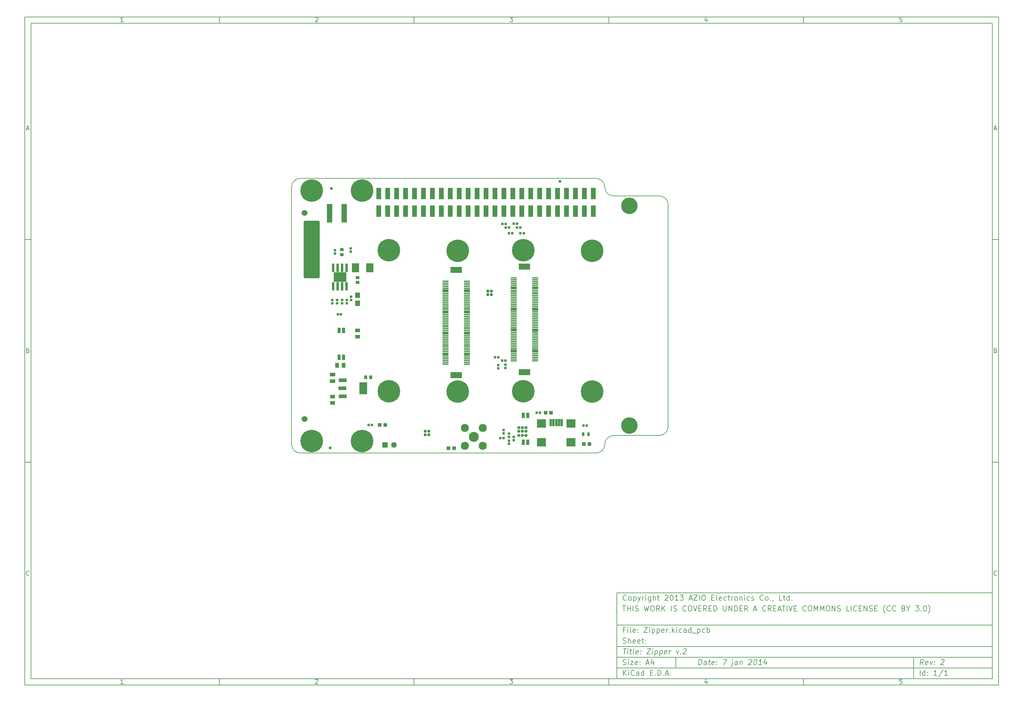
<source format=gts>
G04 (created by PCBNEW (2013-07-07 BZR 4022)-stable) date 1/7/2014 4:23:33 PM*
%MOIN*%
G04 Gerber Fmt 3.4, Leading zero omitted, Abs format*
%FSLAX34Y34*%
G01*
G70*
G90*
G04 APERTURE LIST*
%ADD10C,0.00590551*%
%ADD11C,0.00787402*%
%ADD12C,0.0354331*%
%ADD13R,0.062974X0.043274*%
%ADD14R,0.0273X0.0253*%
%ADD15R,0.0570866X0.0393701*%
%ADD16R,0.0393701X0.0570866*%
%ADD17R,0.0353X0.0392*%
%ADD18R,0.0392X0.0353*%
%ADD19R,0.0273X0.0273*%
%ADD20C,0.251948*%
%ADD21R,0.039274X0.039274*%
%ADD22C,0.0314961*%
%ADD23C,0.251968*%
%ADD24C,0.0653992*%
%ADD25R,0.0692992X0.0180992*%
%ADD26R,0.0692992X0.0338992*%
%ADD27R,0.128299X0.0692992*%
%ADD28R,0.0258992X0.0849992*%
%ADD29R,0.104699X0.0928992*%
%ADD30R,0.0253X0.0273*%
%ADD31R,0.060237X0.207837*%
%ADD32R,0.082637X0.102337*%
%ADD33R,0.033837X0.063037*%
%ADD34R,0.088537X0.041337*%
%ADD35R,0.088537X0.131937*%
%ADD36R,0.063637X0.063637*%
%ADD37C,0.063637*%
%ADD38C,0.111837*%
%ADD39C,0.090537*%
%ADD40R,0.025637X0.043337*%
%ADD41C,0.185039*%
%ADD42R,0.053937X0.129937*%
%ADD43R,0.0298992X0.0928992*%
%ADD44R,0.140199X0.107099*%
%ADD45R,0.053937X0.063737*%
%ADD46C,0.01*%
G04 APERTURE END LIST*
G54D10*
X4000Y-4000D02*
X112930Y-4000D01*
X112930Y-78680D01*
X4000Y-78680D01*
X4000Y-4000D01*
X4700Y-4700D02*
X112230Y-4700D01*
X112230Y-77980D01*
X4700Y-77980D01*
X4700Y-4700D01*
X25780Y-4000D02*
X25780Y-4700D01*
X15032Y-4552D02*
X14747Y-4552D01*
X14890Y-4552D02*
X14890Y-4052D01*
X14842Y-4123D01*
X14794Y-4171D01*
X14747Y-4195D01*
X25780Y-78680D02*
X25780Y-77980D01*
X15032Y-78532D02*
X14747Y-78532D01*
X14890Y-78532D02*
X14890Y-78032D01*
X14842Y-78103D01*
X14794Y-78151D01*
X14747Y-78175D01*
X47560Y-4000D02*
X47560Y-4700D01*
X36527Y-4100D02*
X36550Y-4076D01*
X36598Y-4052D01*
X36717Y-4052D01*
X36765Y-4076D01*
X36789Y-4100D01*
X36812Y-4147D01*
X36812Y-4195D01*
X36789Y-4266D01*
X36503Y-4552D01*
X36812Y-4552D01*
X47560Y-78680D02*
X47560Y-77980D01*
X36527Y-78080D02*
X36550Y-78056D01*
X36598Y-78032D01*
X36717Y-78032D01*
X36765Y-78056D01*
X36789Y-78080D01*
X36812Y-78127D01*
X36812Y-78175D01*
X36789Y-78246D01*
X36503Y-78532D01*
X36812Y-78532D01*
X69340Y-4000D02*
X69340Y-4700D01*
X58283Y-4052D02*
X58592Y-4052D01*
X58426Y-4242D01*
X58497Y-4242D01*
X58545Y-4266D01*
X58569Y-4290D01*
X58592Y-4338D01*
X58592Y-4457D01*
X58569Y-4504D01*
X58545Y-4528D01*
X58497Y-4552D01*
X58354Y-4552D01*
X58307Y-4528D01*
X58283Y-4504D01*
X69340Y-78680D02*
X69340Y-77980D01*
X58283Y-78032D02*
X58592Y-78032D01*
X58426Y-78222D01*
X58497Y-78222D01*
X58545Y-78246D01*
X58569Y-78270D01*
X58592Y-78318D01*
X58592Y-78437D01*
X58569Y-78484D01*
X58545Y-78508D01*
X58497Y-78532D01*
X58354Y-78532D01*
X58307Y-78508D01*
X58283Y-78484D01*
X91120Y-4000D02*
X91120Y-4700D01*
X80325Y-4219D02*
X80325Y-4552D01*
X80206Y-4028D02*
X80087Y-4385D01*
X80396Y-4385D01*
X91120Y-78680D02*
X91120Y-77980D01*
X80325Y-78199D02*
X80325Y-78532D01*
X80206Y-78008D02*
X80087Y-78365D01*
X80396Y-78365D01*
X102129Y-4052D02*
X101890Y-4052D01*
X101867Y-4290D01*
X101890Y-4266D01*
X101938Y-4242D01*
X102057Y-4242D01*
X102105Y-4266D01*
X102129Y-4290D01*
X102152Y-4338D01*
X102152Y-4457D01*
X102129Y-4504D01*
X102105Y-4528D01*
X102057Y-4552D01*
X101938Y-4552D01*
X101890Y-4528D01*
X101867Y-4504D01*
X102129Y-78032D02*
X101890Y-78032D01*
X101867Y-78270D01*
X101890Y-78246D01*
X101938Y-78222D01*
X102057Y-78222D01*
X102105Y-78246D01*
X102129Y-78270D01*
X102152Y-78318D01*
X102152Y-78437D01*
X102129Y-78484D01*
X102105Y-78508D01*
X102057Y-78532D01*
X101938Y-78532D01*
X101890Y-78508D01*
X101867Y-78484D01*
X4000Y-28890D02*
X4700Y-28890D01*
X4230Y-16509D02*
X4469Y-16509D01*
X4183Y-16652D02*
X4350Y-16152D01*
X4516Y-16652D01*
X112930Y-28890D02*
X112230Y-28890D01*
X112460Y-16509D02*
X112699Y-16509D01*
X112413Y-16652D02*
X112580Y-16152D01*
X112746Y-16652D01*
X4000Y-53780D02*
X4700Y-53780D01*
X4385Y-41280D02*
X4457Y-41304D01*
X4480Y-41328D01*
X4504Y-41375D01*
X4504Y-41447D01*
X4480Y-41494D01*
X4457Y-41518D01*
X4409Y-41542D01*
X4219Y-41542D01*
X4219Y-41042D01*
X4385Y-41042D01*
X4433Y-41066D01*
X4457Y-41090D01*
X4480Y-41137D01*
X4480Y-41185D01*
X4457Y-41232D01*
X4433Y-41256D01*
X4385Y-41280D01*
X4219Y-41280D01*
X112930Y-53780D02*
X112230Y-53780D01*
X112615Y-41280D02*
X112687Y-41304D01*
X112710Y-41328D01*
X112734Y-41375D01*
X112734Y-41447D01*
X112710Y-41494D01*
X112687Y-41518D01*
X112639Y-41542D01*
X112449Y-41542D01*
X112449Y-41042D01*
X112615Y-41042D01*
X112663Y-41066D01*
X112687Y-41090D01*
X112710Y-41137D01*
X112710Y-41185D01*
X112687Y-41232D01*
X112663Y-41256D01*
X112615Y-41280D01*
X112449Y-41280D01*
X4504Y-66384D02*
X4480Y-66408D01*
X4409Y-66432D01*
X4361Y-66432D01*
X4290Y-66408D01*
X4242Y-66360D01*
X4219Y-66313D01*
X4195Y-66218D01*
X4195Y-66146D01*
X4219Y-66051D01*
X4242Y-66003D01*
X4290Y-65956D01*
X4361Y-65932D01*
X4409Y-65932D01*
X4480Y-65956D01*
X4504Y-65980D01*
X112734Y-66384D02*
X112710Y-66408D01*
X112639Y-66432D01*
X112591Y-66432D01*
X112520Y-66408D01*
X112472Y-66360D01*
X112449Y-66313D01*
X112425Y-66218D01*
X112425Y-66146D01*
X112449Y-66051D01*
X112472Y-66003D01*
X112520Y-65956D01*
X112591Y-65932D01*
X112639Y-65932D01*
X112710Y-65956D01*
X112734Y-65980D01*
X79380Y-76422D02*
X79455Y-75822D01*
X79597Y-75822D01*
X79680Y-75851D01*
X79730Y-75908D01*
X79751Y-75965D01*
X79765Y-76080D01*
X79755Y-76165D01*
X79712Y-76280D01*
X79676Y-76337D01*
X79612Y-76394D01*
X79522Y-76422D01*
X79380Y-76422D01*
X80237Y-76422D02*
X80276Y-76108D01*
X80255Y-76051D01*
X80201Y-76022D01*
X80087Y-76022D01*
X80026Y-76051D01*
X80240Y-76394D02*
X80180Y-76422D01*
X80037Y-76422D01*
X79983Y-76394D01*
X79962Y-76337D01*
X79969Y-76280D01*
X80005Y-76222D01*
X80065Y-76194D01*
X80208Y-76194D01*
X80269Y-76165D01*
X80487Y-76022D02*
X80715Y-76022D01*
X80597Y-75822D02*
X80533Y-76337D01*
X80555Y-76394D01*
X80608Y-76422D01*
X80665Y-76422D01*
X81097Y-76394D02*
X81037Y-76422D01*
X80922Y-76422D01*
X80869Y-76394D01*
X80847Y-76337D01*
X80876Y-76108D01*
X80912Y-76051D01*
X80972Y-76022D01*
X81087Y-76022D01*
X81140Y-76051D01*
X81162Y-76108D01*
X81155Y-76165D01*
X80862Y-76222D01*
X81387Y-76365D02*
X81412Y-76394D01*
X81380Y-76422D01*
X81355Y-76394D01*
X81387Y-76365D01*
X81380Y-76422D01*
X81426Y-76051D02*
X81451Y-76080D01*
X81419Y-76108D01*
X81394Y-76080D01*
X81426Y-76051D01*
X81419Y-76108D01*
X82140Y-75822D02*
X82540Y-75822D01*
X82208Y-76422D01*
X83201Y-76022D02*
X83137Y-76537D01*
X83101Y-76594D01*
X83040Y-76622D01*
X83012Y-76622D01*
X83226Y-75822D02*
X83194Y-75851D01*
X83219Y-75880D01*
X83251Y-75851D01*
X83226Y-75822D01*
X83219Y-75880D01*
X83694Y-76422D02*
X83733Y-76108D01*
X83712Y-76051D01*
X83658Y-76022D01*
X83544Y-76022D01*
X83483Y-76051D01*
X83697Y-76394D02*
X83637Y-76422D01*
X83494Y-76422D01*
X83440Y-76394D01*
X83419Y-76337D01*
X83426Y-76280D01*
X83462Y-76222D01*
X83522Y-76194D01*
X83665Y-76194D01*
X83726Y-76165D01*
X84030Y-76022D02*
X83980Y-76422D01*
X84022Y-76080D02*
X84055Y-76051D01*
X84115Y-76022D01*
X84201Y-76022D01*
X84255Y-76051D01*
X84276Y-76108D01*
X84237Y-76422D01*
X85019Y-75880D02*
X85051Y-75851D01*
X85112Y-75822D01*
X85255Y-75822D01*
X85308Y-75851D01*
X85333Y-75880D01*
X85355Y-75937D01*
X85347Y-75994D01*
X85308Y-76080D01*
X84922Y-76422D01*
X85294Y-76422D01*
X85740Y-75822D02*
X85797Y-75822D01*
X85851Y-75851D01*
X85876Y-75880D01*
X85897Y-75937D01*
X85912Y-76051D01*
X85894Y-76194D01*
X85851Y-76308D01*
X85815Y-76365D01*
X85783Y-76394D01*
X85722Y-76422D01*
X85665Y-76422D01*
X85612Y-76394D01*
X85587Y-76365D01*
X85565Y-76308D01*
X85551Y-76194D01*
X85569Y-76051D01*
X85612Y-75937D01*
X85647Y-75880D01*
X85680Y-75851D01*
X85740Y-75822D01*
X86437Y-76422D02*
X86094Y-76422D01*
X86265Y-76422D02*
X86340Y-75822D01*
X86272Y-75908D01*
X86208Y-75965D01*
X86147Y-75994D01*
X87001Y-76022D02*
X86951Y-76422D01*
X86887Y-75794D02*
X86690Y-76222D01*
X87062Y-76222D01*
X70972Y-77622D02*
X70972Y-77022D01*
X71315Y-77622D02*
X71058Y-77280D01*
X71315Y-77022D02*
X70972Y-77365D01*
X71572Y-77622D02*
X71572Y-77222D01*
X71572Y-77022D02*
X71544Y-77051D01*
X71572Y-77080D01*
X71601Y-77051D01*
X71572Y-77022D01*
X71572Y-77080D01*
X72201Y-77565D02*
X72172Y-77594D01*
X72087Y-77622D01*
X72030Y-77622D01*
X71944Y-77594D01*
X71887Y-77537D01*
X71858Y-77480D01*
X71830Y-77365D01*
X71830Y-77280D01*
X71858Y-77165D01*
X71887Y-77108D01*
X71944Y-77051D01*
X72030Y-77022D01*
X72087Y-77022D01*
X72172Y-77051D01*
X72201Y-77080D01*
X72715Y-77622D02*
X72715Y-77308D01*
X72687Y-77251D01*
X72630Y-77222D01*
X72515Y-77222D01*
X72458Y-77251D01*
X72715Y-77594D02*
X72658Y-77622D01*
X72515Y-77622D01*
X72458Y-77594D01*
X72430Y-77537D01*
X72430Y-77480D01*
X72458Y-77422D01*
X72515Y-77394D01*
X72658Y-77394D01*
X72715Y-77365D01*
X73258Y-77622D02*
X73258Y-77022D01*
X73258Y-77594D02*
X73201Y-77622D01*
X73087Y-77622D01*
X73030Y-77594D01*
X73001Y-77565D01*
X72972Y-77508D01*
X72972Y-77337D01*
X73001Y-77280D01*
X73030Y-77251D01*
X73087Y-77222D01*
X73201Y-77222D01*
X73258Y-77251D01*
X74001Y-77308D02*
X74201Y-77308D01*
X74287Y-77622D02*
X74001Y-77622D01*
X74001Y-77022D01*
X74287Y-77022D01*
X74544Y-77565D02*
X74572Y-77594D01*
X74544Y-77622D01*
X74515Y-77594D01*
X74544Y-77565D01*
X74544Y-77622D01*
X74829Y-77622D02*
X74829Y-77022D01*
X74972Y-77022D01*
X75058Y-77051D01*
X75115Y-77108D01*
X75144Y-77165D01*
X75172Y-77280D01*
X75172Y-77365D01*
X75144Y-77480D01*
X75115Y-77537D01*
X75058Y-77594D01*
X74972Y-77622D01*
X74829Y-77622D01*
X75429Y-77565D02*
X75458Y-77594D01*
X75429Y-77622D01*
X75401Y-77594D01*
X75429Y-77565D01*
X75429Y-77622D01*
X75687Y-77451D02*
X75972Y-77451D01*
X75629Y-77622D02*
X75829Y-77022D01*
X76029Y-77622D01*
X76229Y-77565D02*
X76258Y-77594D01*
X76229Y-77622D01*
X76201Y-77594D01*
X76229Y-77565D01*
X76229Y-77622D01*
X104522Y-76422D02*
X104358Y-76137D01*
X104180Y-76422D02*
X104255Y-75822D01*
X104483Y-75822D01*
X104537Y-75851D01*
X104562Y-75880D01*
X104583Y-75937D01*
X104572Y-76022D01*
X104537Y-76080D01*
X104505Y-76108D01*
X104444Y-76137D01*
X104215Y-76137D01*
X105012Y-76394D02*
X104951Y-76422D01*
X104837Y-76422D01*
X104783Y-76394D01*
X104762Y-76337D01*
X104790Y-76108D01*
X104826Y-76051D01*
X104887Y-76022D01*
X105001Y-76022D01*
X105055Y-76051D01*
X105076Y-76108D01*
X105069Y-76165D01*
X104776Y-76222D01*
X105287Y-76022D02*
X105380Y-76422D01*
X105572Y-76022D01*
X105758Y-76365D02*
X105783Y-76394D01*
X105751Y-76422D01*
X105726Y-76394D01*
X105758Y-76365D01*
X105751Y-76422D01*
X105797Y-76051D02*
X105822Y-76080D01*
X105790Y-76108D01*
X105765Y-76080D01*
X105797Y-76051D01*
X105790Y-76108D01*
X106533Y-75880D02*
X106565Y-75851D01*
X106626Y-75822D01*
X106769Y-75822D01*
X106822Y-75851D01*
X106847Y-75880D01*
X106869Y-75937D01*
X106862Y-75994D01*
X106822Y-76080D01*
X106437Y-76422D01*
X106808Y-76422D01*
X70944Y-76394D02*
X71030Y-76422D01*
X71172Y-76422D01*
X71230Y-76394D01*
X71258Y-76365D01*
X71287Y-76308D01*
X71287Y-76251D01*
X71258Y-76194D01*
X71230Y-76165D01*
X71172Y-76137D01*
X71058Y-76108D01*
X71001Y-76080D01*
X70972Y-76051D01*
X70944Y-75994D01*
X70944Y-75937D01*
X70972Y-75880D01*
X71001Y-75851D01*
X71058Y-75822D01*
X71201Y-75822D01*
X71287Y-75851D01*
X71544Y-76422D02*
X71544Y-76022D01*
X71544Y-75822D02*
X71515Y-75851D01*
X71544Y-75880D01*
X71572Y-75851D01*
X71544Y-75822D01*
X71544Y-75880D01*
X71772Y-76022D02*
X72087Y-76022D01*
X71772Y-76422D01*
X72087Y-76422D01*
X72544Y-76394D02*
X72487Y-76422D01*
X72372Y-76422D01*
X72315Y-76394D01*
X72287Y-76337D01*
X72287Y-76108D01*
X72315Y-76051D01*
X72372Y-76022D01*
X72487Y-76022D01*
X72544Y-76051D01*
X72572Y-76108D01*
X72572Y-76165D01*
X72287Y-76222D01*
X72830Y-76365D02*
X72858Y-76394D01*
X72830Y-76422D01*
X72801Y-76394D01*
X72830Y-76365D01*
X72830Y-76422D01*
X72830Y-76051D02*
X72858Y-76080D01*
X72830Y-76108D01*
X72801Y-76080D01*
X72830Y-76051D01*
X72830Y-76108D01*
X73544Y-76251D02*
X73830Y-76251D01*
X73487Y-76422D02*
X73687Y-75822D01*
X73887Y-76422D01*
X74344Y-76022D02*
X74344Y-76422D01*
X74201Y-75794D02*
X74058Y-76222D01*
X74430Y-76222D01*
X104172Y-77622D02*
X104172Y-77022D01*
X104715Y-77622D02*
X104715Y-77022D01*
X104715Y-77594D02*
X104658Y-77622D01*
X104544Y-77622D01*
X104487Y-77594D01*
X104458Y-77565D01*
X104430Y-77508D01*
X104430Y-77337D01*
X104458Y-77280D01*
X104487Y-77251D01*
X104544Y-77222D01*
X104658Y-77222D01*
X104715Y-77251D01*
X105001Y-77565D02*
X105030Y-77594D01*
X105001Y-77622D01*
X104972Y-77594D01*
X105001Y-77565D01*
X105001Y-77622D01*
X105001Y-77251D02*
X105030Y-77280D01*
X105001Y-77308D01*
X104972Y-77280D01*
X105001Y-77251D01*
X105001Y-77308D01*
X106058Y-77622D02*
X105715Y-77622D01*
X105887Y-77622D02*
X105887Y-77022D01*
X105829Y-77108D01*
X105772Y-77165D01*
X105715Y-77194D01*
X106744Y-76994D02*
X106230Y-77765D01*
X107258Y-77622D02*
X106915Y-77622D01*
X107087Y-77622D02*
X107087Y-77022D01*
X107029Y-77108D01*
X106972Y-77165D01*
X106915Y-77194D01*
X70969Y-74622D02*
X71312Y-74622D01*
X71065Y-75222D02*
X71140Y-74622D01*
X71437Y-75222D02*
X71487Y-74822D01*
X71512Y-74622D02*
X71480Y-74651D01*
X71505Y-74680D01*
X71537Y-74651D01*
X71512Y-74622D01*
X71505Y-74680D01*
X71687Y-74822D02*
X71915Y-74822D01*
X71797Y-74622D02*
X71733Y-75137D01*
X71755Y-75194D01*
X71808Y-75222D01*
X71865Y-75222D01*
X72151Y-75222D02*
X72097Y-75194D01*
X72076Y-75137D01*
X72140Y-74622D01*
X72612Y-75194D02*
X72551Y-75222D01*
X72437Y-75222D01*
X72383Y-75194D01*
X72362Y-75137D01*
X72390Y-74908D01*
X72426Y-74851D01*
X72487Y-74822D01*
X72601Y-74822D01*
X72655Y-74851D01*
X72676Y-74908D01*
X72669Y-74965D01*
X72376Y-75022D01*
X72901Y-75165D02*
X72926Y-75194D01*
X72894Y-75222D01*
X72869Y-75194D01*
X72901Y-75165D01*
X72894Y-75222D01*
X72940Y-74851D02*
X72965Y-74880D01*
X72933Y-74908D01*
X72908Y-74880D01*
X72940Y-74851D01*
X72933Y-74908D01*
X73655Y-74622D02*
X74055Y-74622D01*
X73580Y-75222D01*
X73980Y-75222D01*
X74208Y-75222D02*
X74258Y-74822D01*
X74283Y-74622D02*
X74251Y-74651D01*
X74276Y-74680D01*
X74308Y-74651D01*
X74283Y-74622D01*
X74276Y-74680D01*
X74544Y-74822D02*
X74469Y-75422D01*
X74540Y-74851D02*
X74601Y-74822D01*
X74715Y-74822D01*
X74769Y-74851D01*
X74794Y-74880D01*
X74815Y-74937D01*
X74794Y-75108D01*
X74758Y-75165D01*
X74726Y-75194D01*
X74665Y-75222D01*
X74551Y-75222D01*
X74497Y-75194D01*
X75087Y-74822D02*
X75012Y-75422D01*
X75083Y-74851D02*
X75144Y-74822D01*
X75258Y-74822D01*
X75312Y-74851D01*
X75337Y-74880D01*
X75358Y-74937D01*
X75337Y-75108D01*
X75301Y-75165D01*
X75269Y-75194D01*
X75208Y-75222D01*
X75094Y-75222D01*
X75040Y-75194D01*
X75812Y-75194D02*
X75751Y-75222D01*
X75637Y-75222D01*
X75583Y-75194D01*
X75562Y-75137D01*
X75590Y-74908D01*
X75626Y-74851D01*
X75687Y-74822D01*
X75801Y-74822D01*
X75855Y-74851D01*
X75876Y-74908D01*
X75869Y-74965D01*
X75576Y-75022D01*
X76094Y-75222D02*
X76144Y-74822D01*
X76130Y-74937D02*
X76165Y-74880D01*
X76197Y-74851D01*
X76258Y-74822D01*
X76315Y-74822D01*
X76915Y-74822D02*
X77008Y-75222D01*
X77201Y-74822D01*
X77387Y-75165D02*
X77412Y-75194D01*
X77380Y-75222D01*
X77355Y-75194D01*
X77387Y-75165D01*
X77380Y-75222D01*
X77705Y-74680D02*
X77737Y-74651D01*
X77797Y-74622D01*
X77940Y-74622D01*
X77994Y-74651D01*
X78019Y-74680D01*
X78040Y-74737D01*
X78033Y-74794D01*
X77994Y-74880D01*
X77608Y-75222D01*
X77980Y-75222D01*
X71172Y-72508D02*
X70972Y-72508D01*
X70972Y-72822D02*
X70972Y-72222D01*
X71258Y-72222D01*
X71487Y-72822D02*
X71487Y-72422D01*
X71487Y-72222D02*
X71458Y-72251D01*
X71487Y-72280D01*
X71515Y-72251D01*
X71487Y-72222D01*
X71487Y-72280D01*
X71858Y-72822D02*
X71801Y-72794D01*
X71772Y-72737D01*
X71772Y-72222D01*
X72315Y-72794D02*
X72258Y-72822D01*
X72144Y-72822D01*
X72087Y-72794D01*
X72058Y-72737D01*
X72058Y-72508D01*
X72087Y-72451D01*
X72144Y-72422D01*
X72258Y-72422D01*
X72315Y-72451D01*
X72344Y-72508D01*
X72344Y-72565D01*
X72058Y-72622D01*
X72601Y-72765D02*
X72630Y-72794D01*
X72601Y-72822D01*
X72572Y-72794D01*
X72601Y-72765D01*
X72601Y-72822D01*
X72601Y-72451D02*
X72630Y-72480D01*
X72601Y-72508D01*
X72572Y-72480D01*
X72601Y-72451D01*
X72601Y-72508D01*
X73287Y-72222D02*
X73687Y-72222D01*
X73287Y-72822D01*
X73687Y-72822D01*
X73915Y-72822D02*
X73915Y-72422D01*
X73915Y-72222D02*
X73887Y-72251D01*
X73915Y-72280D01*
X73944Y-72251D01*
X73915Y-72222D01*
X73915Y-72280D01*
X74201Y-72422D02*
X74201Y-73022D01*
X74201Y-72451D02*
X74258Y-72422D01*
X74372Y-72422D01*
X74430Y-72451D01*
X74458Y-72480D01*
X74487Y-72537D01*
X74487Y-72708D01*
X74458Y-72765D01*
X74430Y-72794D01*
X74372Y-72822D01*
X74258Y-72822D01*
X74201Y-72794D01*
X74744Y-72422D02*
X74744Y-73022D01*
X74744Y-72451D02*
X74801Y-72422D01*
X74915Y-72422D01*
X74972Y-72451D01*
X75001Y-72480D01*
X75030Y-72537D01*
X75030Y-72708D01*
X75001Y-72765D01*
X74972Y-72794D01*
X74915Y-72822D01*
X74801Y-72822D01*
X74744Y-72794D01*
X75515Y-72794D02*
X75458Y-72822D01*
X75344Y-72822D01*
X75287Y-72794D01*
X75258Y-72737D01*
X75258Y-72508D01*
X75287Y-72451D01*
X75344Y-72422D01*
X75458Y-72422D01*
X75515Y-72451D01*
X75544Y-72508D01*
X75544Y-72565D01*
X75258Y-72622D01*
X75801Y-72822D02*
X75801Y-72422D01*
X75801Y-72537D02*
X75830Y-72480D01*
X75858Y-72451D01*
X75915Y-72422D01*
X75972Y-72422D01*
X76172Y-72765D02*
X76201Y-72794D01*
X76172Y-72822D01*
X76144Y-72794D01*
X76172Y-72765D01*
X76172Y-72822D01*
X76458Y-72822D02*
X76458Y-72222D01*
X76515Y-72594D02*
X76687Y-72822D01*
X76687Y-72422D02*
X76458Y-72651D01*
X76944Y-72822D02*
X76944Y-72422D01*
X76944Y-72222D02*
X76915Y-72251D01*
X76944Y-72280D01*
X76972Y-72251D01*
X76944Y-72222D01*
X76944Y-72280D01*
X77487Y-72794D02*
X77430Y-72822D01*
X77315Y-72822D01*
X77258Y-72794D01*
X77230Y-72765D01*
X77201Y-72708D01*
X77201Y-72537D01*
X77230Y-72480D01*
X77258Y-72451D01*
X77315Y-72422D01*
X77430Y-72422D01*
X77487Y-72451D01*
X78001Y-72822D02*
X78001Y-72508D01*
X77972Y-72451D01*
X77915Y-72422D01*
X77801Y-72422D01*
X77744Y-72451D01*
X78001Y-72794D02*
X77944Y-72822D01*
X77801Y-72822D01*
X77744Y-72794D01*
X77715Y-72737D01*
X77715Y-72680D01*
X77744Y-72622D01*
X77801Y-72594D01*
X77944Y-72594D01*
X78001Y-72565D01*
X78544Y-72822D02*
X78544Y-72222D01*
X78544Y-72794D02*
X78487Y-72822D01*
X78372Y-72822D01*
X78315Y-72794D01*
X78287Y-72765D01*
X78258Y-72708D01*
X78258Y-72537D01*
X78287Y-72480D01*
X78315Y-72451D01*
X78372Y-72422D01*
X78487Y-72422D01*
X78544Y-72451D01*
X78687Y-72880D02*
X79144Y-72880D01*
X79287Y-72422D02*
X79287Y-73022D01*
X79287Y-72451D02*
X79344Y-72422D01*
X79458Y-72422D01*
X79515Y-72451D01*
X79544Y-72480D01*
X79572Y-72537D01*
X79572Y-72708D01*
X79544Y-72765D01*
X79515Y-72794D01*
X79458Y-72822D01*
X79344Y-72822D01*
X79287Y-72794D01*
X80087Y-72794D02*
X80030Y-72822D01*
X79915Y-72822D01*
X79858Y-72794D01*
X79830Y-72765D01*
X79801Y-72708D01*
X79801Y-72537D01*
X79830Y-72480D01*
X79858Y-72451D01*
X79915Y-72422D01*
X80030Y-72422D01*
X80087Y-72451D01*
X80344Y-72822D02*
X80344Y-72222D01*
X80344Y-72451D02*
X80401Y-72422D01*
X80515Y-72422D01*
X80572Y-72451D01*
X80601Y-72480D01*
X80630Y-72537D01*
X80630Y-72708D01*
X80601Y-72765D01*
X80572Y-72794D01*
X80515Y-72822D01*
X80401Y-72822D01*
X80344Y-72794D01*
X70944Y-73994D02*
X71030Y-74022D01*
X71172Y-74022D01*
X71230Y-73994D01*
X71258Y-73965D01*
X71287Y-73908D01*
X71287Y-73851D01*
X71258Y-73794D01*
X71230Y-73765D01*
X71172Y-73737D01*
X71058Y-73708D01*
X71001Y-73680D01*
X70972Y-73651D01*
X70944Y-73594D01*
X70944Y-73537D01*
X70972Y-73480D01*
X71001Y-73451D01*
X71058Y-73422D01*
X71201Y-73422D01*
X71287Y-73451D01*
X71544Y-74022D02*
X71544Y-73422D01*
X71801Y-74022D02*
X71801Y-73708D01*
X71772Y-73651D01*
X71715Y-73622D01*
X71630Y-73622D01*
X71572Y-73651D01*
X71544Y-73680D01*
X72315Y-73994D02*
X72258Y-74022D01*
X72144Y-74022D01*
X72087Y-73994D01*
X72058Y-73937D01*
X72058Y-73708D01*
X72087Y-73651D01*
X72144Y-73622D01*
X72258Y-73622D01*
X72315Y-73651D01*
X72344Y-73708D01*
X72344Y-73765D01*
X72058Y-73822D01*
X72830Y-73994D02*
X72772Y-74022D01*
X72658Y-74022D01*
X72601Y-73994D01*
X72572Y-73937D01*
X72572Y-73708D01*
X72601Y-73651D01*
X72658Y-73622D01*
X72772Y-73622D01*
X72830Y-73651D01*
X72858Y-73708D01*
X72858Y-73765D01*
X72572Y-73822D01*
X73030Y-73622D02*
X73258Y-73622D01*
X73115Y-73422D02*
X73115Y-73937D01*
X73144Y-73994D01*
X73201Y-74022D01*
X73258Y-74022D01*
X73458Y-73965D02*
X73487Y-73994D01*
X73458Y-74022D01*
X73430Y-73994D01*
X73458Y-73965D01*
X73458Y-74022D01*
X73458Y-73651D02*
X73487Y-73680D01*
X73458Y-73708D01*
X73430Y-73680D01*
X73458Y-73651D01*
X73458Y-73708D01*
X70887Y-69822D02*
X71230Y-69822D01*
X71058Y-70422D02*
X71058Y-69822D01*
X71430Y-70422D02*
X71430Y-69822D01*
X71430Y-70108D02*
X71772Y-70108D01*
X71772Y-70422D02*
X71772Y-69822D01*
X72058Y-70422D02*
X72058Y-69822D01*
X72315Y-70394D02*
X72401Y-70422D01*
X72544Y-70422D01*
X72601Y-70394D01*
X72629Y-70365D01*
X72658Y-70308D01*
X72658Y-70251D01*
X72629Y-70194D01*
X72601Y-70165D01*
X72544Y-70137D01*
X72429Y-70108D01*
X72372Y-70080D01*
X72344Y-70051D01*
X72315Y-69994D01*
X72315Y-69937D01*
X72344Y-69880D01*
X72372Y-69851D01*
X72429Y-69822D01*
X72572Y-69822D01*
X72658Y-69851D01*
X73315Y-69822D02*
X73458Y-70422D01*
X73572Y-69994D01*
X73687Y-70422D01*
X73830Y-69822D01*
X74172Y-69822D02*
X74287Y-69822D01*
X74344Y-69851D01*
X74401Y-69908D01*
X74430Y-70022D01*
X74430Y-70222D01*
X74401Y-70337D01*
X74344Y-70394D01*
X74287Y-70422D01*
X74172Y-70422D01*
X74115Y-70394D01*
X74058Y-70337D01*
X74030Y-70222D01*
X74030Y-70022D01*
X74058Y-69908D01*
X74115Y-69851D01*
X74172Y-69822D01*
X75029Y-70422D02*
X74829Y-70137D01*
X74687Y-70422D02*
X74687Y-69822D01*
X74915Y-69822D01*
X74972Y-69851D01*
X75001Y-69880D01*
X75029Y-69937D01*
X75029Y-70022D01*
X75001Y-70080D01*
X74972Y-70108D01*
X74915Y-70137D01*
X74687Y-70137D01*
X75287Y-70422D02*
X75287Y-69822D01*
X75629Y-70422D02*
X75372Y-70080D01*
X75629Y-69822D02*
X75287Y-70165D01*
X76344Y-70422D02*
X76344Y-69822D01*
X76601Y-70394D02*
X76687Y-70422D01*
X76829Y-70422D01*
X76887Y-70394D01*
X76915Y-70365D01*
X76944Y-70308D01*
X76944Y-70251D01*
X76915Y-70194D01*
X76887Y-70165D01*
X76829Y-70137D01*
X76715Y-70108D01*
X76658Y-70080D01*
X76629Y-70051D01*
X76601Y-69994D01*
X76601Y-69937D01*
X76629Y-69880D01*
X76658Y-69851D01*
X76715Y-69822D01*
X76858Y-69822D01*
X76944Y-69851D01*
X78001Y-70365D02*
X77972Y-70394D01*
X77887Y-70422D01*
X77830Y-70422D01*
X77744Y-70394D01*
X77687Y-70337D01*
X77658Y-70280D01*
X77630Y-70165D01*
X77630Y-70080D01*
X77658Y-69965D01*
X77687Y-69908D01*
X77744Y-69851D01*
X77830Y-69822D01*
X77887Y-69822D01*
X77972Y-69851D01*
X78001Y-69880D01*
X78372Y-69822D02*
X78487Y-69822D01*
X78544Y-69851D01*
X78601Y-69908D01*
X78630Y-70022D01*
X78630Y-70222D01*
X78601Y-70337D01*
X78544Y-70394D01*
X78487Y-70422D01*
X78372Y-70422D01*
X78315Y-70394D01*
X78258Y-70337D01*
X78230Y-70222D01*
X78230Y-70022D01*
X78258Y-69908D01*
X78315Y-69851D01*
X78372Y-69822D01*
X78801Y-69822D02*
X79001Y-70422D01*
X79201Y-69822D01*
X79401Y-70108D02*
X79601Y-70108D01*
X79687Y-70422D02*
X79401Y-70422D01*
X79401Y-69822D01*
X79687Y-69822D01*
X80287Y-70422D02*
X80087Y-70137D01*
X79944Y-70422D02*
X79944Y-69822D01*
X80172Y-69822D01*
X80229Y-69851D01*
X80258Y-69880D01*
X80287Y-69937D01*
X80287Y-70022D01*
X80258Y-70080D01*
X80229Y-70108D01*
X80172Y-70137D01*
X79944Y-70137D01*
X80544Y-70108D02*
X80744Y-70108D01*
X80829Y-70422D02*
X80544Y-70422D01*
X80544Y-69822D01*
X80829Y-69822D01*
X81087Y-70422D02*
X81087Y-69822D01*
X81229Y-69822D01*
X81315Y-69851D01*
X81372Y-69908D01*
X81401Y-69965D01*
X81429Y-70080D01*
X81429Y-70165D01*
X81401Y-70280D01*
X81372Y-70337D01*
X81315Y-70394D01*
X81229Y-70422D01*
X81087Y-70422D01*
X82144Y-69822D02*
X82144Y-70308D01*
X82172Y-70365D01*
X82201Y-70394D01*
X82258Y-70422D01*
X82372Y-70422D01*
X82429Y-70394D01*
X82458Y-70365D01*
X82487Y-70308D01*
X82487Y-69822D01*
X82772Y-70422D02*
X82772Y-69822D01*
X83115Y-70422D01*
X83115Y-69822D01*
X83401Y-70422D02*
X83401Y-69822D01*
X83544Y-69822D01*
X83629Y-69851D01*
X83687Y-69908D01*
X83715Y-69965D01*
X83744Y-70080D01*
X83744Y-70165D01*
X83715Y-70280D01*
X83687Y-70337D01*
X83629Y-70394D01*
X83544Y-70422D01*
X83401Y-70422D01*
X84001Y-70108D02*
X84201Y-70108D01*
X84287Y-70422D02*
X84001Y-70422D01*
X84001Y-69822D01*
X84287Y-69822D01*
X84887Y-70422D02*
X84687Y-70137D01*
X84544Y-70422D02*
X84544Y-69822D01*
X84772Y-69822D01*
X84829Y-69851D01*
X84858Y-69880D01*
X84887Y-69937D01*
X84887Y-70022D01*
X84858Y-70080D01*
X84829Y-70108D01*
X84772Y-70137D01*
X84544Y-70137D01*
X85572Y-70251D02*
X85858Y-70251D01*
X85515Y-70422D02*
X85715Y-69822D01*
X85915Y-70422D01*
X86915Y-70365D02*
X86887Y-70394D01*
X86801Y-70422D01*
X86744Y-70422D01*
X86658Y-70394D01*
X86601Y-70337D01*
X86572Y-70280D01*
X86544Y-70165D01*
X86544Y-70080D01*
X86572Y-69965D01*
X86601Y-69908D01*
X86658Y-69851D01*
X86744Y-69822D01*
X86801Y-69822D01*
X86887Y-69851D01*
X86915Y-69880D01*
X87515Y-70422D02*
X87315Y-70137D01*
X87172Y-70422D02*
X87172Y-69822D01*
X87401Y-69822D01*
X87458Y-69851D01*
X87487Y-69880D01*
X87515Y-69937D01*
X87515Y-70022D01*
X87487Y-70080D01*
X87458Y-70108D01*
X87401Y-70137D01*
X87172Y-70137D01*
X87772Y-70108D02*
X87972Y-70108D01*
X88058Y-70422D02*
X87772Y-70422D01*
X87772Y-69822D01*
X88058Y-69822D01*
X88287Y-70251D02*
X88572Y-70251D01*
X88229Y-70422D02*
X88429Y-69822D01*
X88629Y-70422D01*
X88744Y-69822D02*
X89087Y-69822D01*
X88915Y-70422D02*
X88915Y-69822D01*
X89287Y-70422D02*
X89287Y-69822D01*
X89487Y-69822D02*
X89687Y-70422D01*
X89887Y-69822D01*
X90087Y-70108D02*
X90287Y-70108D01*
X90372Y-70422D02*
X90087Y-70422D01*
X90087Y-69822D01*
X90372Y-69822D01*
X91429Y-70365D02*
X91401Y-70394D01*
X91315Y-70422D01*
X91258Y-70422D01*
X91172Y-70394D01*
X91115Y-70337D01*
X91087Y-70280D01*
X91058Y-70165D01*
X91058Y-70080D01*
X91087Y-69965D01*
X91115Y-69908D01*
X91172Y-69851D01*
X91258Y-69822D01*
X91315Y-69822D01*
X91401Y-69851D01*
X91429Y-69880D01*
X91801Y-69822D02*
X91915Y-69822D01*
X91972Y-69851D01*
X92029Y-69908D01*
X92058Y-70022D01*
X92058Y-70222D01*
X92029Y-70337D01*
X91972Y-70394D01*
X91915Y-70422D01*
X91801Y-70422D01*
X91744Y-70394D01*
X91687Y-70337D01*
X91658Y-70222D01*
X91658Y-70022D01*
X91687Y-69908D01*
X91744Y-69851D01*
X91801Y-69822D01*
X92315Y-70422D02*
X92315Y-69822D01*
X92515Y-70251D01*
X92715Y-69822D01*
X92715Y-70422D01*
X93001Y-70422D02*
X93001Y-69822D01*
X93201Y-70251D01*
X93401Y-69822D01*
X93401Y-70422D01*
X93801Y-69822D02*
X93915Y-69822D01*
X93972Y-69851D01*
X94029Y-69908D01*
X94058Y-70022D01*
X94058Y-70222D01*
X94029Y-70337D01*
X93972Y-70394D01*
X93915Y-70422D01*
X93801Y-70422D01*
X93744Y-70394D01*
X93687Y-70337D01*
X93658Y-70222D01*
X93658Y-70022D01*
X93687Y-69908D01*
X93744Y-69851D01*
X93801Y-69822D01*
X94315Y-70422D02*
X94315Y-69822D01*
X94658Y-70422D01*
X94658Y-69822D01*
X94915Y-70394D02*
X95001Y-70422D01*
X95144Y-70422D01*
X95201Y-70394D01*
X95229Y-70365D01*
X95258Y-70308D01*
X95258Y-70251D01*
X95229Y-70194D01*
X95201Y-70165D01*
X95144Y-70137D01*
X95029Y-70108D01*
X94972Y-70080D01*
X94944Y-70051D01*
X94915Y-69994D01*
X94915Y-69937D01*
X94944Y-69880D01*
X94972Y-69851D01*
X95029Y-69822D01*
X95172Y-69822D01*
X95258Y-69851D01*
X96258Y-70422D02*
X95972Y-70422D01*
X95972Y-69822D01*
X96458Y-70422D02*
X96458Y-69822D01*
X97087Y-70365D02*
X97058Y-70394D01*
X96972Y-70422D01*
X96915Y-70422D01*
X96829Y-70394D01*
X96772Y-70337D01*
X96744Y-70280D01*
X96715Y-70165D01*
X96715Y-70080D01*
X96744Y-69965D01*
X96772Y-69908D01*
X96829Y-69851D01*
X96915Y-69822D01*
X96972Y-69822D01*
X97058Y-69851D01*
X97087Y-69880D01*
X97344Y-70108D02*
X97544Y-70108D01*
X97629Y-70422D02*
X97344Y-70422D01*
X97344Y-69822D01*
X97629Y-69822D01*
X97887Y-70422D02*
X97887Y-69822D01*
X98229Y-70422D01*
X98229Y-69822D01*
X98487Y-70394D02*
X98572Y-70422D01*
X98715Y-70422D01*
X98772Y-70394D01*
X98801Y-70365D01*
X98829Y-70308D01*
X98829Y-70251D01*
X98801Y-70194D01*
X98772Y-70165D01*
X98715Y-70137D01*
X98601Y-70108D01*
X98544Y-70080D01*
X98515Y-70051D01*
X98487Y-69994D01*
X98487Y-69937D01*
X98515Y-69880D01*
X98544Y-69851D01*
X98601Y-69822D01*
X98744Y-69822D01*
X98829Y-69851D01*
X99087Y-70108D02*
X99287Y-70108D01*
X99372Y-70422D02*
X99087Y-70422D01*
X99087Y-69822D01*
X99372Y-69822D01*
X100258Y-70651D02*
X100229Y-70622D01*
X100172Y-70537D01*
X100144Y-70480D01*
X100115Y-70394D01*
X100087Y-70251D01*
X100087Y-70137D01*
X100115Y-69994D01*
X100144Y-69908D01*
X100172Y-69851D01*
X100229Y-69765D01*
X100258Y-69737D01*
X100829Y-70365D02*
X100801Y-70394D01*
X100715Y-70422D01*
X100658Y-70422D01*
X100572Y-70394D01*
X100515Y-70337D01*
X100487Y-70280D01*
X100458Y-70165D01*
X100458Y-70080D01*
X100487Y-69965D01*
X100515Y-69908D01*
X100572Y-69851D01*
X100658Y-69822D01*
X100715Y-69822D01*
X100801Y-69851D01*
X100829Y-69880D01*
X101429Y-70365D02*
X101401Y-70394D01*
X101315Y-70422D01*
X101258Y-70422D01*
X101172Y-70394D01*
X101115Y-70337D01*
X101087Y-70280D01*
X101058Y-70165D01*
X101058Y-70080D01*
X101087Y-69965D01*
X101115Y-69908D01*
X101172Y-69851D01*
X101258Y-69822D01*
X101315Y-69822D01*
X101401Y-69851D01*
X101429Y-69880D01*
X102344Y-70108D02*
X102429Y-70137D01*
X102458Y-70165D01*
X102487Y-70222D01*
X102487Y-70308D01*
X102458Y-70365D01*
X102429Y-70394D01*
X102372Y-70422D01*
X102144Y-70422D01*
X102144Y-69822D01*
X102344Y-69822D01*
X102401Y-69851D01*
X102429Y-69880D01*
X102458Y-69937D01*
X102458Y-69994D01*
X102429Y-70051D01*
X102401Y-70080D01*
X102344Y-70108D01*
X102144Y-70108D01*
X102858Y-70137D02*
X102858Y-70422D01*
X102658Y-69822D02*
X102858Y-70137D01*
X103058Y-69822D01*
X103658Y-69822D02*
X104029Y-69822D01*
X103829Y-70051D01*
X103915Y-70051D01*
X103972Y-70080D01*
X104001Y-70108D01*
X104029Y-70165D01*
X104029Y-70308D01*
X104001Y-70365D01*
X103972Y-70394D01*
X103915Y-70422D01*
X103744Y-70422D01*
X103687Y-70394D01*
X103658Y-70365D01*
X104287Y-70365D02*
X104315Y-70394D01*
X104287Y-70422D01*
X104258Y-70394D01*
X104287Y-70365D01*
X104287Y-70422D01*
X104687Y-69822D02*
X104744Y-69822D01*
X104801Y-69851D01*
X104829Y-69880D01*
X104858Y-69937D01*
X104887Y-70051D01*
X104887Y-70194D01*
X104858Y-70308D01*
X104829Y-70365D01*
X104801Y-70394D01*
X104744Y-70422D01*
X104687Y-70422D01*
X104629Y-70394D01*
X104601Y-70365D01*
X104572Y-70308D01*
X104544Y-70194D01*
X104544Y-70051D01*
X104572Y-69937D01*
X104601Y-69880D01*
X104629Y-69851D01*
X104687Y-69822D01*
X105087Y-70651D02*
X105115Y-70622D01*
X105172Y-70537D01*
X105201Y-70480D01*
X105229Y-70394D01*
X105258Y-70251D01*
X105258Y-70137D01*
X105229Y-69994D01*
X105201Y-69908D01*
X105172Y-69851D01*
X105115Y-69765D01*
X105087Y-69737D01*
X71315Y-69165D02*
X71287Y-69194D01*
X71201Y-69222D01*
X71144Y-69222D01*
X71058Y-69194D01*
X71001Y-69137D01*
X70972Y-69080D01*
X70944Y-68965D01*
X70944Y-68880D01*
X70972Y-68765D01*
X71001Y-68708D01*
X71058Y-68651D01*
X71144Y-68622D01*
X71201Y-68622D01*
X71287Y-68651D01*
X71315Y-68680D01*
X71658Y-69222D02*
X71601Y-69194D01*
X71572Y-69165D01*
X71544Y-69108D01*
X71544Y-68937D01*
X71572Y-68880D01*
X71601Y-68851D01*
X71658Y-68822D01*
X71744Y-68822D01*
X71801Y-68851D01*
X71830Y-68880D01*
X71858Y-68937D01*
X71858Y-69108D01*
X71830Y-69165D01*
X71801Y-69194D01*
X71744Y-69222D01*
X71658Y-69222D01*
X72115Y-68822D02*
X72115Y-69422D01*
X72115Y-68851D02*
X72172Y-68822D01*
X72287Y-68822D01*
X72344Y-68851D01*
X72372Y-68880D01*
X72401Y-68937D01*
X72401Y-69108D01*
X72372Y-69165D01*
X72344Y-69194D01*
X72287Y-69222D01*
X72172Y-69222D01*
X72115Y-69194D01*
X72601Y-68822D02*
X72744Y-69222D01*
X72887Y-68822D02*
X72744Y-69222D01*
X72687Y-69365D01*
X72658Y-69394D01*
X72601Y-69422D01*
X73115Y-69222D02*
X73115Y-68822D01*
X73115Y-68937D02*
X73144Y-68880D01*
X73172Y-68851D01*
X73230Y-68822D01*
X73287Y-68822D01*
X73487Y-69222D02*
X73487Y-68822D01*
X73487Y-68622D02*
X73458Y-68651D01*
X73487Y-68680D01*
X73515Y-68651D01*
X73487Y-68622D01*
X73487Y-68680D01*
X74030Y-68822D02*
X74030Y-69308D01*
X74001Y-69365D01*
X73972Y-69394D01*
X73915Y-69422D01*
X73830Y-69422D01*
X73772Y-69394D01*
X74030Y-69194D02*
X73972Y-69222D01*
X73858Y-69222D01*
X73801Y-69194D01*
X73772Y-69165D01*
X73744Y-69108D01*
X73744Y-68937D01*
X73772Y-68880D01*
X73801Y-68851D01*
X73858Y-68822D01*
X73972Y-68822D01*
X74030Y-68851D01*
X74315Y-69222D02*
X74315Y-68622D01*
X74572Y-69222D02*
X74572Y-68908D01*
X74544Y-68851D01*
X74487Y-68822D01*
X74401Y-68822D01*
X74344Y-68851D01*
X74315Y-68880D01*
X74772Y-68822D02*
X75001Y-68822D01*
X74858Y-68622D02*
X74858Y-69137D01*
X74887Y-69194D01*
X74944Y-69222D01*
X75001Y-69222D01*
X75630Y-68680D02*
X75658Y-68651D01*
X75715Y-68622D01*
X75858Y-68622D01*
X75915Y-68651D01*
X75944Y-68680D01*
X75972Y-68737D01*
X75972Y-68794D01*
X75944Y-68880D01*
X75601Y-69222D01*
X75972Y-69222D01*
X76344Y-68622D02*
X76401Y-68622D01*
X76458Y-68651D01*
X76487Y-68680D01*
X76515Y-68737D01*
X76544Y-68851D01*
X76544Y-68994D01*
X76515Y-69108D01*
X76487Y-69165D01*
X76458Y-69194D01*
X76401Y-69222D01*
X76344Y-69222D01*
X76287Y-69194D01*
X76258Y-69165D01*
X76230Y-69108D01*
X76201Y-68994D01*
X76201Y-68851D01*
X76230Y-68737D01*
X76258Y-68680D01*
X76287Y-68651D01*
X76344Y-68622D01*
X77115Y-69222D02*
X76772Y-69222D01*
X76944Y-69222D02*
X76944Y-68622D01*
X76887Y-68708D01*
X76830Y-68765D01*
X76772Y-68794D01*
X77315Y-68622D02*
X77687Y-68622D01*
X77487Y-68851D01*
X77572Y-68851D01*
X77630Y-68880D01*
X77658Y-68908D01*
X77687Y-68965D01*
X77687Y-69108D01*
X77658Y-69165D01*
X77630Y-69194D01*
X77572Y-69222D01*
X77401Y-69222D01*
X77344Y-69194D01*
X77315Y-69165D01*
X78372Y-69051D02*
X78658Y-69051D01*
X78315Y-69222D02*
X78515Y-68622D01*
X78715Y-69222D01*
X78858Y-68622D02*
X79258Y-68622D01*
X78858Y-69222D01*
X79258Y-69222D01*
X79487Y-69222D02*
X79487Y-68622D01*
X79887Y-68622D02*
X80001Y-68622D01*
X80058Y-68651D01*
X80115Y-68708D01*
X80144Y-68822D01*
X80144Y-69022D01*
X80115Y-69137D01*
X80058Y-69194D01*
X80001Y-69222D01*
X79887Y-69222D01*
X79830Y-69194D01*
X79772Y-69137D01*
X79744Y-69022D01*
X79744Y-68822D01*
X79772Y-68708D01*
X79830Y-68651D01*
X79887Y-68622D01*
X80858Y-68908D02*
X81058Y-68908D01*
X81144Y-69222D02*
X80858Y-69222D01*
X80858Y-68622D01*
X81144Y-68622D01*
X81487Y-69222D02*
X81430Y-69194D01*
X81401Y-69137D01*
X81401Y-68622D01*
X81944Y-69194D02*
X81887Y-69222D01*
X81772Y-69222D01*
X81715Y-69194D01*
X81687Y-69137D01*
X81687Y-68908D01*
X81715Y-68851D01*
X81772Y-68822D01*
X81887Y-68822D01*
X81944Y-68851D01*
X81972Y-68908D01*
X81972Y-68965D01*
X81687Y-69022D01*
X82487Y-69194D02*
X82430Y-69222D01*
X82315Y-69222D01*
X82258Y-69194D01*
X82230Y-69165D01*
X82201Y-69108D01*
X82201Y-68937D01*
X82230Y-68880D01*
X82258Y-68851D01*
X82315Y-68822D01*
X82430Y-68822D01*
X82487Y-68851D01*
X82658Y-68822D02*
X82887Y-68822D01*
X82744Y-68622D02*
X82744Y-69137D01*
X82772Y-69194D01*
X82830Y-69222D01*
X82887Y-69222D01*
X83087Y-69222D02*
X83087Y-68822D01*
X83087Y-68937D02*
X83115Y-68880D01*
X83144Y-68851D01*
X83201Y-68822D01*
X83258Y-68822D01*
X83544Y-69222D02*
X83487Y-69194D01*
X83458Y-69165D01*
X83430Y-69108D01*
X83430Y-68937D01*
X83458Y-68880D01*
X83487Y-68851D01*
X83544Y-68822D01*
X83630Y-68822D01*
X83687Y-68851D01*
X83715Y-68880D01*
X83744Y-68937D01*
X83744Y-69108D01*
X83715Y-69165D01*
X83687Y-69194D01*
X83630Y-69222D01*
X83544Y-69222D01*
X84001Y-68822D02*
X84001Y-69222D01*
X84001Y-68880D02*
X84030Y-68851D01*
X84087Y-68822D01*
X84172Y-68822D01*
X84230Y-68851D01*
X84258Y-68908D01*
X84258Y-69222D01*
X84544Y-69222D02*
X84544Y-68822D01*
X84544Y-68622D02*
X84515Y-68651D01*
X84544Y-68680D01*
X84572Y-68651D01*
X84544Y-68622D01*
X84544Y-68680D01*
X85087Y-69194D02*
X85030Y-69222D01*
X84915Y-69222D01*
X84858Y-69194D01*
X84830Y-69165D01*
X84801Y-69108D01*
X84801Y-68937D01*
X84830Y-68880D01*
X84858Y-68851D01*
X84915Y-68822D01*
X85030Y-68822D01*
X85087Y-68851D01*
X85315Y-69194D02*
X85372Y-69222D01*
X85487Y-69222D01*
X85544Y-69194D01*
X85572Y-69137D01*
X85572Y-69108D01*
X85544Y-69051D01*
X85487Y-69022D01*
X85401Y-69022D01*
X85344Y-68994D01*
X85315Y-68937D01*
X85315Y-68908D01*
X85344Y-68851D01*
X85401Y-68822D01*
X85487Y-68822D01*
X85544Y-68851D01*
X86630Y-69165D02*
X86601Y-69194D01*
X86515Y-69222D01*
X86458Y-69222D01*
X86372Y-69194D01*
X86315Y-69137D01*
X86287Y-69080D01*
X86258Y-68965D01*
X86258Y-68880D01*
X86287Y-68765D01*
X86315Y-68708D01*
X86372Y-68651D01*
X86458Y-68622D01*
X86515Y-68622D01*
X86601Y-68651D01*
X86630Y-68680D01*
X86972Y-69222D02*
X86915Y-69194D01*
X86887Y-69165D01*
X86858Y-69108D01*
X86858Y-68937D01*
X86887Y-68880D01*
X86915Y-68851D01*
X86972Y-68822D01*
X87058Y-68822D01*
X87115Y-68851D01*
X87144Y-68880D01*
X87172Y-68937D01*
X87172Y-69108D01*
X87144Y-69165D01*
X87115Y-69194D01*
X87058Y-69222D01*
X86972Y-69222D01*
X87430Y-69165D02*
X87458Y-69194D01*
X87430Y-69222D01*
X87401Y-69194D01*
X87430Y-69165D01*
X87430Y-69222D01*
X87744Y-69194D02*
X87744Y-69222D01*
X87715Y-69280D01*
X87687Y-69308D01*
X88744Y-69222D02*
X88458Y-69222D01*
X88458Y-68622D01*
X88858Y-68822D02*
X89087Y-68822D01*
X88944Y-68622D02*
X88944Y-69137D01*
X88972Y-69194D01*
X89030Y-69222D01*
X89087Y-69222D01*
X89544Y-69222D02*
X89544Y-68622D01*
X89544Y-69194D02*
X89487Y-69222D01*
X89372Y-69222D01*
X89315Y-69194D01*
X89287Y-69165D01*
X89258Y-69108D01*
X89258Y-68937D01*
X89287Y-68880D01*
X89315Y-68851D01*
X89372Y-68822D01*
X89487Y-68822D01*
X89544Y-68851D01*
X89830Y-69165D02*
X89858Y-69194D01*
X89830Y-69222D01*
X89801Y-69194D01*
X89830Y-69165D01*
X89830Y-69222D01*
X70230Y-68380D02*
X70230Y-77980D01*
X70230Y-71980D02*
X112230Y-71980D01*
X70230Y-68380D02*
X112230Y-68380D01*
X70230Y-74380D02*
X112230Y-74380D01*
X103430Y-75580D02*
X103430Y-77980D01*
X70230Y-76780D02*
X112230Y-76780D01*
X70230Y-75580D02*
X112230Y-75580D01*
X76830Y-75580D02*
X76830Y-76780D01*
G54D11*
X68897Y-23031D02*
G75*
G03X69881Y-24015I984J0D01*
G74*
G01*
X68897Y-23031D02*
G75*
G03X67913Y-22047I-984J0D01*
G74*
G01*
X34842Y-22047D02*
G75*
G03X33858Y-23031I0J-984D01*
G74*
G01*
X33858Y-51771D02*
G75*
G03X34842Y-52755I984J0D01*
G74*
G01*
X67913Y-52755D02*
G75*
G03X68897Y-51771I0J984D01*
G74*
G01*
X69881Y-50787D02*
G75*
G03X68897Y-51771I0J-984D01*
G74*
G01*
X75000Y-50787D02*
G75*
G03X75984Y-49803I0J984D01*
G74*
G01*
X75984Y-25000D02*
G75*
G03X75000Y-24015I-984J0D01*
G74*
G01*
X69881Y-50787D02*
X75000Y-50787D01*
X69881Y-24015D02*
X75000Y-24015D01*
X75984Y-25000D02*
X75984Y-49803D01*
X34842Y-22047D02*
X67913Y-22047D01*
X33858Y-51771D02*
X33858Y-23031D01*
X34842Y-52755D02*
X67913Y-52755D01*
G54D12*
X39763Y-33385D03*
X38818Y-32834D03*
X39763Y-32834D03*
X39291Y-32834D03*
X38818Y-33385D03*
X39291Y-33385D03*
X59685Y-49921D03*
X60078Y-49921D03*
X60078Y-50314D03*
X60078Y-50787D03*
X59291Y-50314D03*
X59291Y-49921D03*
X59685Y-50314D03*
X59685Y-50787D03*
X48818Y-50708D03*
X48818Y-50314D03*
X49212Y-50314D03*
X59291Y-50787D03*
X49212Y-50708D03*
X56220Y-35039D03*
X55826Y-34645D03*
X55826Y-35039D03*
X56220Y-34645D03*
G54D13*
X38460Y-43963D03*
X38460Y-44713D03*
G54D14*
X38716Y-30456D03*
X38716Y-30086D03*
X40035Y-36023D03*
X40035Y-35653D03*
X40480Y-30247D03*
X40480Y-29877D03*
X40507Y-35661D03*
X40507Y-35291D03*
X38933Y-35653D03*
X38933Y-36023D03*
G54D15*
X41251Y-39047D03*
X41251Y-39755D03*
X38460Y-46429D03*
X38460Y-47137D03*
G54D16*
X39665Y-42929D03*
X38956Y-42929D03*
G54D17*
X42145Y-44279D03*
X42696Y-44279D03*
G54D18*
X39464Y-30578D03*
X39464Y-30027D03*
X41251Y-33141D03*
X41251Y-33692D03*
G54D19*
X38421Y-35661D03*
X38421Y-36015D03*
X39035Y-37244D03*
X39389Y-37244D03*
X39503Y-35661D03*
X39503Y-36015D03*
G54D20*
X36107Y-23427D03*
X41737Y-23427D03*
X41737Y-51427D03*
X36107Y-51427D03*
G54D21*
X67165Y-51732D03*
X66535Y-51732D03*
G54D19*
X66869Y-49685D03*
X66515Y-49685D03*
X58165Y-51370D03*
X58165Y-51724D03*
G54D14*
X58724Y-51322D03*
X58724Y-50952D03*
X58165Y-50952D03*
X58165Y-50582D03*
G54D22*
X38169Y-52194D03*
X38297Y-23188D03*
X63868Y-22381D03*
G54D23*
X59775Y-30094D03*
X44736Y-30094D03*
X59775Y-45842D03*
X44736Y-45842D03*
X52429Y-45889D03*
X67468Y-45889D03*
X52429Y-30141D03*
X67468Y-30141D03*
G54D24*
X35305Y-25916D03*
X35305Y-48939D03*
G54D25*
X51082Y-33543D03*
X51082Y-33740D03*
X51082Y-33937D03*
X51082Y-34134D03*
X51082Y-34330D03*
G54D26*
X51082Y-34626D03*
G54D25*
X51082Y-34921D03*
X51082Y-35118D03*
X51082Y-35315D03*
X51082Y-35512D03*
X51082Y-35708D03*
X51082Y-35905D03*
X51082Y-36102D03*
X51082Y-36299D03*
X51082Y-36496D03*
X51082Y-36693D03*
G54D26*
X51082Y-36988D03*
G54D25*
X51082Y-37283D03*
X51082Y-37480D03*
X51082Y-37677D03*
X51082Y-37874D03*
X51082Y-38071D03*
X51082Y-38267D03*
X51082Y-38464D03*
X51082Y-38661D03*
X51082Y-38858D03*
X51082Y-39055D03*
G54D26*
X51082Y-39351D03*
G54D25*
X51082Y-39645D03*
X51082Y-39842D03*
X51082Y-40039D03*
X51082Y-40236D03*
X51082Y-40433D03*
X51082Y-40630D03*
X51082Y-40826D03*
X51082Y-41023D03*
X51082Y-41220D03*
X51082Y-41417D03*
G54D26*
X51082Y-41713D03*
G54D25*
X51082Y-42008D03*
X51082Y-42204D03*
X51082Y-42401D03*
X51082Y-42598D03*
X51082Y-42795D03*
X53484Y-42797D03*
X53484Y-42600D03*
X53484Y-42403D03*
X53484Y-42206D03*
X53484Y-42010D03*
G54D26*
X53484Y-41715D03*
G54D25*
X53484Y-41419D03*
X53484Y-41222D03*
X53484Y-41025D03*
X53484Y-40828D03*
X53484Y-40632D03*
X53484Y-40435D03*
X53484Y-40238D03*
X53484Y-40041D03*
X53484Y-39844D03*
X53484Y-39647D03*
G54D26*
X53484Y-39352D03*
G54D25*
X53484Y-39056D03*
X53484Y-38859D03*
X53484Y-38662D03*
X53484Y-38465D03*
X53484Y-38269D03*
X53484Y-38072D03*
X53484Y-37875D03*
X53484Y-37678D03*
X53484Y-37481D03*
X53484Y-37284D03*
G54D26*
X53484Y-36989D03*
G54D25*
X53484Y-36693D03*
X53484Y-36496D03*
X53484Y-36299D03*
X53484Y-36102D03*
X53484Y-35906D03*
X53484Y-35709D03*
X53484Y-35512D03*
X53484Y-35315D03*
X53484Y-35118D03*
X53484Y-34921D03*
G54D26*
X53484Y-34626D03*
G54D25*
X53484Y-34330D03*
X53484Y-34134D03*
X53484Y-33937D03*
X53484Y-33740D03*
X53484Y-33543D03*
G54D27*
X52287Y-44055D03*
X52287Y-32283D03*
G54D25*
X61122Y-42440D03*
X61122Y-42243D03*
X61122Y-42046D03*
X61122Y-41849D03*
X61122Y-41653D03*
G54D26*
X61122Y-41357D03*
G54D25*
X61122Y-41062D03*
X61122Y-40865D03*
X61122Y-40668D03*
X61122Y-40471D03*
X61122Y-40275D03*
X61122Y-40078D03*
X61122Y-39881D03*
X61122Y-39684D03*
X61122Y-39487D03*
X61122Y-39290D03*
G54D26*
X61122Y-38995D03*
G54D25*
X61122Y-38700D03*
X61122Y-38503D03*
X61122Y-38306D03*
X61122Y-38109D03*
X61122Y-37912D03*
X61122Y-37716D03*
X61122Y-37519D03*
X61122Y-37322D03*
X61122Y-37125D03*
X61122Y-36928D03*
G54D26*
X61122Y-36632D03*
G54D25*
X61122Y-36338D03*
X61122Y-36141D03*
X61122Y-35944D03*
X61122Y-35747D03*
X61122Y-35550D03*
X61122Y-35353D03*
X61122Y-35157D03*
X61122Y-34960D03*
X61122Y-34763D03*
X61122Y-34566D03*
G54D26*
X61122Y-34270D03*
G54D25*
X61122Y-33975D03*
X61122Y-33779D03*
X61122Y-33582D03*
X61122Y-33385D03*
X61122Y-33188D03*
X58720Y-33186D03*
X58720Y-33383D03*
X58720Y-33580D03*
X58720Y-33777D03*
X58720Y-33973D03*
G54D26*
X58720Y-34268D03*
G54D25*
X58720Y-34564D03*
X58720Y-34761D03*
X58720Y-34958D03*
X58720Y-35155D03*
X58720Y-35351D03*
X58720Y-35548D03*
X58720Y-35745D03*
X58720Y-35942D03*
X58720Y-36139D03*
X58720Y-36336D03*
G54D26*
X58720Y-36631D03*
G54D25*
X58720Y-36927D03*
X58720Y-37124D03*
X58720Y-37321D03*
X58720Y-37518D03*
X58720Y-37714D03*
X58720Y-37911D03*
X58720Y-38108D03*
X58720Y-38305D03*
X58720Y-38502D03*
X58720Y-38699D03*
G54D26*
X58720Y-38994D03*
G54D25*
X58720Y-39290D03*
X58720Y-39487D03*
X58720Y-39684D03*
X58720Y-39881D03*
X58720Y-40077D03*
X58720Y-40274D03*
X58720Y-40471D03*
X58720Y-40668D03*
X58720Y-40865D03*
X58720Y-41062D03*
G54D26*
X58720Y-41357D03*
G54D25*
X58720Y-41653D03*
X58720Y-41849D03*
X58720Y-42046D03*
X58720Y-42243D03*
X58720Y-42440D03*
G54D27*
X59917Y-31928D03*
X59917Y-43700D03*
G54D28*
X62835Y-49351D03*
X63150Y-49351D03*
X63464Y-49351D03*
X63778Y-49351D03*
X64093Y-49351D03*
G54D29*
X65117Y-51535D03*
X61811Y-51535D03*
X61811Y-49449D03*
X65117Y-49449D03*
G54D30*
X42468Y-49606D03*
X42838Y-49606D03*
G54D31*
X38102Y-25937D03*
X39736Y-25937D03*
G54D32*
X42610Y-32031D03*
X40996Y-32031D03*
G54D33*
X39685Y-39055D03*
X39185Y-39055D03*
X39185Y-42047D03*
X39685Y-42047D03*
G54D34*
X39590Y-44617D03*
X39551Y-45523D03*
X39570Y-46428D03*
G54D35*
X41873Y-45523D03*
G54D36*
X44299Y-51849D03*
G54D37*
X45299Y-51849D03*
G54D38*
X54251Y-50944D03*
G54D39*
X53251Y-49944D03*
X53251Y-51944D03*
X55251Y-51944D03*
X55251Y-49944D03*
G54D33*
X59791Y-51539D03*
X60291Y-51539D03*
X60291Y-48547D03*
X59791Y-48547D03*
G54D40*
X66471Y-50629D03*
X67071Y-50629D03*
G54D41*
X71653Y-49681D03*
X71653Y-25122D03*
G54D42*
X67598Y-23739D03*
X67598Y-25708D03*
X66598Y-25708D03*
X65598Y-25708D03*
X65598Y-23739D03*
X66598Y-23739D03*
X63598Y-23739D03*
X62598Y-23739D03*
X61598Y-23739D03*
X60598Y-23739D03*
X59598Y-23739D03*
X58598Y-23739D03*
X57598Y-23739D03*
X56598Y-23739D03*
X55598Y-23739D03*
X54598Y-23739D03*
X53598Y-23739D03*
X52598Y-23739D03*
X51598Y-23739D03*
X50598Y-23739D03*
X49598Y-23739D03*
X48598Y-23739D03*
X47598Y-23739D03*
X46598Y-23739D03*
X43598Y-25708D03*
X44598Y-25708D03*
X45598Y-25708D03*
X43598Y-23739D03*
X44598Y-23739D03*
X45598Y-23739D03*
X46598Y-25708D03*
X47598Y-25708D03*
X48598Y-25708D03*
X49598Y-25708D03*
X50598Y-25708D03*
X51598Y-25708D03*
X52598Y-25708D03*
X53598Y-25708D03*
X54598Y-25708D03*
X55598Y-25708D03*
X56598Y-25708D03*
X57598Y-25708D03*
X58598Y-25708D03*
X59598Y-25708D03*
X60598Y-25708D03*
X61598Y-25708D03*
X62598Y-25708D03*
X63598Y-25708D03*
X64598Y-25708D03*
X64598Y-23739D03*
G54D14*
X57795Y-42881D03*
X57795Y-43251D03*
X56984Y-42897D03*
X56984Y-43267D03*
G54D30*
X57425Y-42413D03*
X57795Y-42413D03*
X56614Y-42031D03*
X56984Y-42031D03*
X61275Y-48236D03*
X61645Y-48236D03*
G54D43*
X40019Y-32055D03*
X39519Y-32055D03*
X39019Y-32055D03*
X38519Y-32055D03*
X38519Y-34122D03*
X39019Y-34122D03*
X39519Y-34122D03*
X40019Y-34122D03*
G54D44*
X39269Y-33088D03*
G54D30*
X59090Y-27559D03*
X59460Y-27559D03*
X59090Y-27118D03*
X58720Y-27118D03*
X59460Y-28185D03*
X59830Y-28185D03*
X57818Y-27555D03*
X58188Y-27555D03*
X57822Y-27145D03*
X57452Y-27145D03*
X58189Y-28173D03*
X58559Y-28173D03*
X57196Y-51070D03*
X57566Y-51070D03*
G54D14*
X57566Y-50555D03*
X57566Y-50185D03*
G54D45*
X41251Y-36023D03*
X41251Y-35125D03*
G54D21*
X44330Y-49606D03*
X43700Y-49606D03*
X52047Y-52204D03*
X51417Y-52204D03*
X62893Y-48236D03*
X62263Y-48236D03*
G54D10*
G36*
X36957Y-33050D02*
X36869Y-33138D01*
X35296Y-33138D01*
X35246Y-33089D01*
X35246Y-26910D01*
X35335Y-26821D01*
X36869Y-26821D01*
X36957Y-26910D01*
X36957Y-33050D01*
X36957Y-33050D01*
G37*
G54D46*
X36957Y-33050D02*
X36869Y-33138D01*
X35296Y-33138D01*
X35246Y-33089D01*
X35246Y-26910D01*
X35335Y-26821D01*
X36869Y-26821D01*
X36957Y-26910D01*
X36957Y-33050D01*
M02*

</source>
